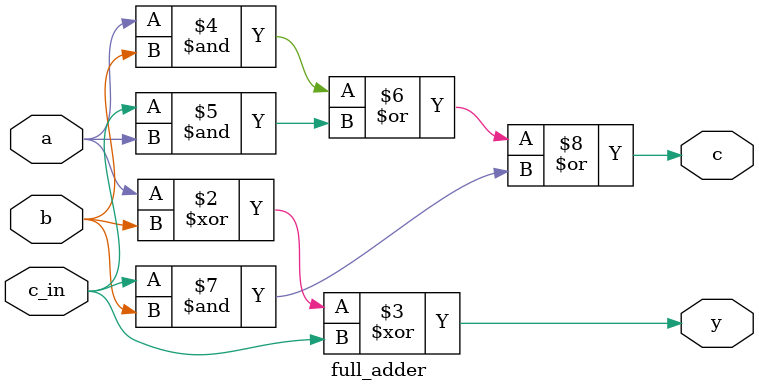
<source format=sv>
module full_adder(a,b,c_in,y,c);

input wire a;
input wire b;
input wire c_in;
output logic y;
output logic c;

always_comb begin
  y = a ^ b ^ c_in;
  c = (a & b) | (c_in & a) | (c_in & b);
end

endmodule
</source>
